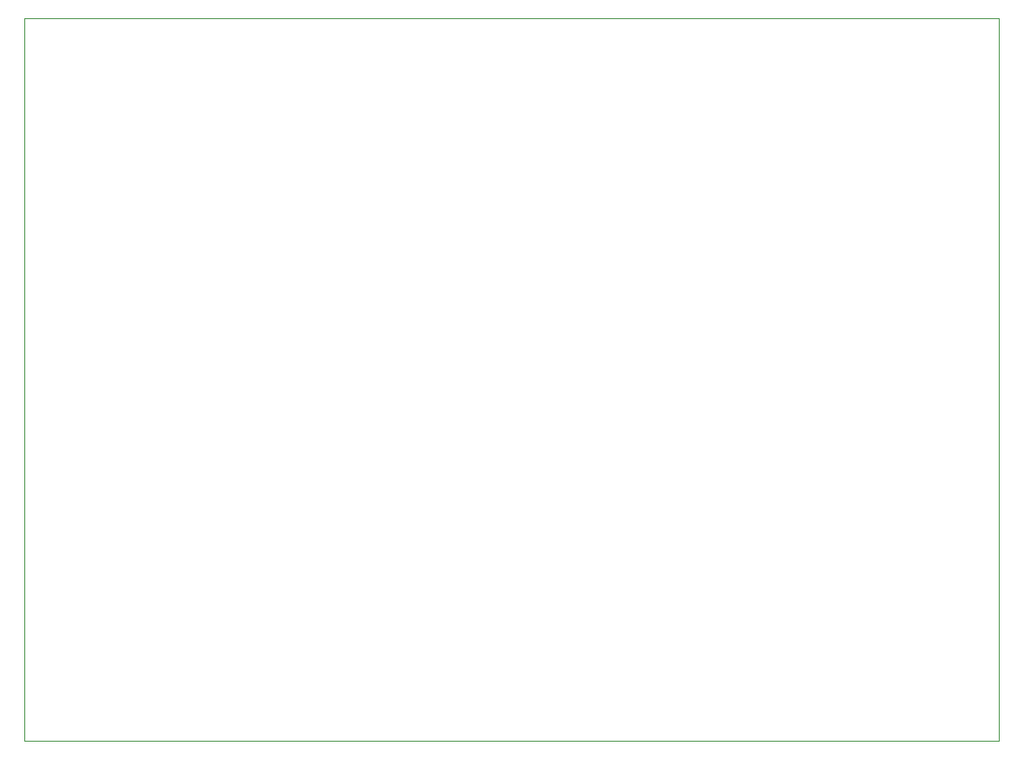
<source format=gm1>
G04 #@! TF.GenerationSoftware,KiCad,Pcbnew,9.0.0*
G04 #@! TF.CreationDate,2025-03-04T23:57:34-06:00*
G04 #@! TF.ProjectId,PCB,5043422e-6b69-4636-9164-5f7063625858,rev?*
G04 #@! TF.SameCoordinates,Original*
G04 #@! TF.FileFunction,Profile,NP*
%FSLAX46Y46*%
G04 Gerber Fmt 4.6, Leading zero omitted, Abs format (unit mm)*
G04 Created by KiCad (PCBNEW 9.0.0) date 2025-03-04 23:57:34*
%MOMM*%
%LPD*%
G01*
G04 APERTURE LIST*
G04 #@! TA.AperFunction,Profile*
%ADD10C,0.050000*%
G04 #@! TD*
G04 APERTURE END LIST*
D10*
X175514000Y-29718000D02*
X270510000Y-29718000D01*
X270510000Y-100218000D01*
X175514000Y-100218000D01*
X175514000Y-29718000D01*
M02*

</source>
